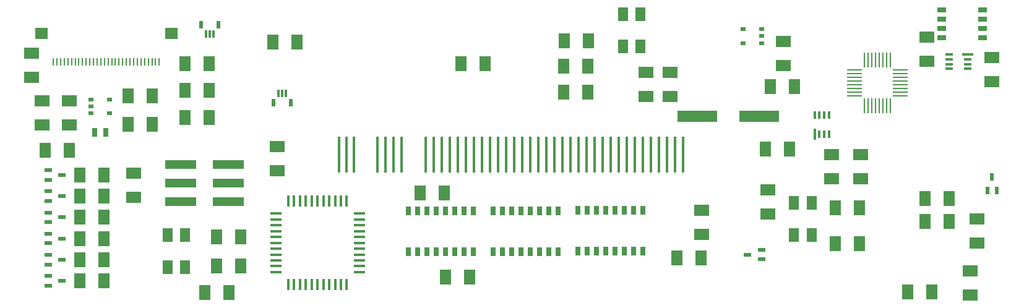
<source format=gtp>
G04 (created by PCBNEW (2013-may-18)-stable) date Tue Mar 29 15:07:52 2016*
%MOIN*%
G04 Gerber Fmt 3.4, Leading zero omitted, Abs format*
%FSLAX34Y34*%
G01*
G70*
G90*
G04 APERTURE LIST*
%ADD10C,0.00590551*%
%ADD11R,0.06X0.016*%
%ADD12R,0.016X0.06*%
%ADD13R,0.025X0.05*%
%ADD14R,0.06X0.08*%
%ADD15R,0.08X0.06*%
%ADD16R,0.025X0.045*%
%ADD17R,0.166929X0.05*%
%ADD18R,0.0551181X0.0748031*%
%ADD19R,0.015748X0.19685*%
%ADD20R,0.0394X0.0236*%
%ADD21R,0.00903543X0.0424331*%
%ADD22R,0.00982283X0.0432205*%
%ADD23R,0.00984252X0.0433071*%
%ADD24R,0.0669291X0.0590551*%
%ADD25R,0.03X0.02*%
%ADD26R,0.216535X0.0590551*%
%ADD27R,0.0236X0.0394*%
%ADD28R,0.015748X0.0590551*%
%ADD29R,0.015748X0.0393701*%
%ADD30R,0.05X0.025*%
%ADD31R,0.0590551X0.0137795*%
%ADD32R,0.0393701X0.0137795*%
%ADD33R,0.01X0.0787402*%
%ADD34R,0.0787402X0.01*%
%ADD35R,0.011811X0.0433071*%
%ADD36R,0.0204724X0.0393701*%
G04 APERTURE END LIST*
G54D10*
G54D11*
X72269Y-60059D03*
X72269Y-59744D03*
X72269Y-59429D03*
X72269Y-59114D03*
X72269Y-58799D03*
X72269Y-58484D03*
X72269Y-60374D03*
X72269Y-60689D03*
X72269Y-61004D03*
X72269Y-61319D03*
X72269Y-61634D03*
X67769Y-60059D03*
X67769Y-59744D03*
X67769Y-59429D03*
X67769Y-59114D03*
X67769Y-58799D03*
X67769Y-58484D03*
X67769Y-60374D03*
X67769Y-60689D03*
X67769Y-61004D03*
X67769Y-61319D03*
X67769Y-61634D03*
G54D12*
X70019Y-57809D03*
X70019Y-62309D03*
X69704Y-57809D03*
X69704Y-62309D03*
X69389Y-62309D03*
X69389Y-57809D03*
X69074Y-57809D03*
X69074Y-62309D03*
X68759Y-62309D03*
X68759Y-57809D03*
X68444Y-57809D03*
X68444Y-62309D03*
X70334Y-62309D03*
X70334Y-57809D03*
X70649Y-57809D03*
X70649Y-62309D03*
X70964Y-62309D03*
X70964Y-57809D03*
X71279Y-57809D03*
X71279Y-62309D03*
X71594Y-62309D03*
X71594Y-57809D03*
G54D13*
X87557Y-58289D03*
X87057Y-58289D03*
X86557Y-58289D03*
X86057Y-58289D03*
X85557Y-58289D03*
X85057Y-58289D03*
X84557Y-58289D03*
X84057Y-58289D03*
X84057Y-60489D03*
X84557Y-60489D03*
X85057Y-60489D03*
X85557Y-60489D03*
X86057Y-60489D03*
X86557Y-60489D03*
X87057Y-60489D03*
X87557Y-60489D03*
X78423Y-58329D03*
X77923Y-58329D03*
X77423Y-58329D03*
X76923Y-58329D03*
X76423Y-58329D03*
X75923Y-58329D03*
X75423Y-58329D03*
X74923Y-58329D03*
X74923Y-60529D03*
X75423Y-60529D03*
X75923Y-60529D03*
X76423Y-60529D03*
X76923Y-60529D03*
X77423Y-60529D03*
X77923Y-60529D03*
X78423Y-60529D03*
G54D14*
X76850Y-57381D03*
X75550Y-57381D03*
G54D15*
X54625Y-51142D03*
X54625Y-49842D03*
G54D14*
X58504Y-56397D03*
X57204Y-56397D03*
X58504Y-57539D03*
X57204Y-57539D03*
X58504Y-58681D03*
X57204Y-58681D03*
X58504Y-59822D03*
X57204Y-59822D03*
X58504Y-60964D03*
X57204Y-60964D03*
X56653Y-55059D03*
X55353Y-55059D03*
X64173Y-53287D03*
X62873Y-53287D03*
X64173Y-51830D03*
X62873Y-51830D03*
G54D15*
X55177Y-53701D03*
X55177Y-52401D03*
X56633Y-53701D03*
X56633Y-52401D03*
G54D14*
X59802Y-52145D03*
X61102Y-52145D03*
X59802Y-53681D03*
X61102Y-53681D03*
X62873Y-50413D03*
X64173Y-50413D03*
X76928Y-61909D03*
X78228Y-61909D03*
X58504Y-62106D03*
X57204Y-62106D03*
G54D15*
X67854Y-56181D03*
X67854Y-54881D03*
G54D14*
X90669Y-60885D03*
X89369Y-60885D03*
G54D15*
X60098Y-57598D03*
X60098Y-56298D03*
G54D14*
X64566Y-61318D03*
X65866Y-61318D03*
X64566Y-59744D03*
X65866Y-59744D03*
G54D15*
X90728Y-59606D03*
X90728Y-58306D03*
G54D16*
X58026Y-54114D03*
X58626Y-54114D03*
G54D17*
X65197Y-57830D03*
X62637Y-57830D03*
X65197Y-56830D03*
X62637Y-56830D03*
X65197Y-55830D03*
X62637Y-55830D03*
G54D18*
X61948Y-59625D03*
X61948Y-61358D03*
X62893Y-61358D03*
X62893Y-59625D03*
G54D19*
X89708Y-55294D03*
X89275Y-55294D03*
X88842Y-55294D03*
X88409Y-55294D03*
X87976Y-55294D03*
X87543Y-55294D03*
X87110Y-55294D03*
X86677Y-55294D03*
X86244Y-55294D03*
X85811Y-55294D03*
X85378Y-55294D03*
X84945Y-55294D03*
X84512Y-55294D03*
X84079Y-55294D03*
X83645Y-55294D03*
X83212Y-55294D03*
X82779Y-55294D03*
X82346Y-55294D03*
X81913Y-55294D03*
X81480Y-55294D03*
X81047Y-55294D03*
X80614Y-55294D03*
X80181Y-55294D03*
X79748Y-55294D03*
X79315Y-55294D03*
X78882Y-55294D03*
X78449Y-55294D03*
X78016Y-55294D03*
X77582Y-55294D03*
X77149Y-55294D03*
X76716Y-55294D03*
X76283Y-55294D03*
X75850Y-55294D03*
X74551Y-55294D03*
X74118Y-55294D03*
X73685Y-55294D03*
X73252Y-55294D03*
X71992Y-55294D03*
X71579Y-55294D03*
X71165Y-55294D03*
G54D20*
X55511Y-62362D03*
X55511Y-61850D03*
X56259Y-62106D03*
X55511Y-56653D03*
X55511Y-56141D03*
X56259Y-56397D03*
X55511Y-57795D03*
X55511Y-57283D03*
X56259Y-57539D03*
X55511Y-58937D03*
X55511Y-58425D03*
X56259Y-58681D03*
X55511Y-60078D03*
X55511Y-59566D03*
X56259Y-59822D03*
X55511Y-61220D03*
X55511Y-60708D03*
X56259Y-60964D03*
G54D21*
X55781Y-50295D03*
X55978Y-50295D03*
X56175Y-50295D03*
G54D22*
X56372Y-50295D03*
G54D23*
X56569Y-50295D03*
X56765Y-50295D03*
X56962Y-50295D03*
X57159Y-50295D03*
X57356Y-50295D03*
X57553Y-50295D03*
X57750Y-50295D03*
X57947Y-50295D03*
X58143Y-50295D03*
X58340Y-50295D03*
X58537Y-50295D03*
X58734Y-50295D03*
X58931Y-50295D03*
X59128Y-50295D03*
X59325Y-50295D03*
X59521Y-50295D03*
X59718Y-50295D03*
X59915Y-50295D03*
X60112Y-50295D03*
X60309Y-50295D03*
X60506Y-50295D03*
X60702Y-50295D03*
X60899Y-50295D03*
X61096Y-50295D03*
X61293Y-50295D03*
X61490Y-50295D03*
G54D24*
X55141Y-48755D03*
X62141Y-48755D03*
G54D25*
X57826Y-52321D03*
X57826Y-53071D03*
X58826Y-52321D03*
X57826Y-52696D03*
X58826Y-53071D03*
G54D13*
X82990Y-58329D03*
X82490Y-58329D03*
X81990Y-58329D03*
X81490Y-58329D03*
X80990Y-58329D03*
X80490Y-58329D03*
X79990Y-58329D03*
X79490Y-58329D03*
X79490Y-60529D03*
X79990Y-60529D03*
X80490Y-60529D03*
X80990Y-60529D03*
X81490Y-60529D03*
X81990Y-60529D03*
X82490Y-60529D03*
X82990Y-60529D03*
G54D14*
X67598Y-49232D03*
X68898Y-49232D03*
G54D26*
X90472Y-53248D03*
X93818Y-53248D03*
G54D18*
X96633Y-59625D03*
X96633Y-57893D03*
X95688Y-57893D03*
X95688Y-59625D03*
X86476Y-47736D03*
X86476Y-49468D03*
X87421Y-49468D03*
X87421Y-47736D03*
G54D27*
X106614Y-57244D03*
X106102Y-57244D03*
X106358Y-56496D03*
G54D20*
X93936Y-60432D03*
X93936Y-60944D03*
X93188Y-60688D03*
G54D28*
X96801Y-54190D03*
G54D29*
X97057Y-54190D03*
X97312Y-54190D03*
X97568Y-54190D03*
X97568Y-53171D03*
X97312Y-53171D03*
X97057Y-53171D03*
X96801Y-53171D03*
G54D25*
X93944Y-49292D03*
X93944Y-48542D03*
X92944Y-49292D03*
X93944Y-48917D03*
X92944Y-48542D03*
G54D30*
X105844Y-48998D03*
X105844Y-48498D03*
X105844Y-47998D03*
X105844Y-47498D03*
X103644Y-47498D03*
X103644Y-47998D03*
X103644Y-48498D03*
X103644Y-48998D03*
G54D14*
X63936Y-62736D03*
X65236Y-62736D03*
X79055Y-50413D03*
X77755Y-50413D03*
G54D15*
X99271Y-56614D03*
X99271Y-55314D03*
X97696Y-56614D03*
X97696Y-55314D03*
X105177Y-61574D03*
X105177Y-62874D03*
X105531Y-58779D03*
X105531Y-60079D03*
X102854Y-48975D03*
X102854Y-50275D03*
X94271Y-58504D03*
X94271Y-57204D03*
X106358Y-51378D03*
X106358Y-50078D03*
G54D14*
X94133Y-55019D03*
X95433Y-55019D03*
X84567Y-50531D03*
X83267Y-50531D03*
G54D15*
X87696Y-50865D03*
X87696Y-52165D03*
G54D14*
X84567Y-51948D03*
X83267Y-51948D03*
G54D15*
X88996Y-50865D03*
X88996Y-52165D03*
G54D14*
X104055Y-58917D03*
X102755Y-58917D03*
X103110Y-62696D03*
X101810Y-62696D03*
X97912Y-58169D03*
X99212Y-58169D03*
X97912Y-60098D03*
X99212Y-60098D03*
X83306Y-49153D03*
X84606Y-49153D03*
X104055Y-57657D03*
X102755Y-57657D03*
G54D15*
X95098Y-50512D03*
X95098Y-49212D03*
G54D14*
X95709Y-51633D03*
X94409Y-51633D03*
G54D31*
X105039Y-49911D03*
G54D32*
X105039Y-50167D03*
X105039Y-50423D03*
X105039Y-50679D03*
X104055Y-50679D03*
X104055Y-50423D03*
X104055Y-50167D03*
X104055Y-49911D03*
G54D33*
X99685Y-50197D03*
X99882Y-50197D03*
X100079Y-50197D03*
X99488Y-50197D03*
G54D34*
X98937Y-50748D03*
X98937Y-50945D03*
X98937Y-51142D03*
X98937Y-51339D03*
X98937Y-51535D03*
X98937Y-51732D03*
X98937Y-51929D03*
X98937Y-52125D03*
G54D33*
X100866Y-52677D03*
X99488Y-52677D03*
X99685Y-52677D03*
X99882Y-52677D03*
X100079Y-52677D03*
X100275Y-52677D03*
X100472Y-52677D03*
X100669Y-52677D03*
G54D34*
X101417Y-52125D03*
X101417Y-51929D03*
X101417Y-51732D03*
X101417Y-51535D03*
X101417Y-51339D03*
X101417Y-51142D03*
X101417Y-50945D03*
X101417Y-50748D03*
G54D33*
X100866Y-50197D03*
X100669Y-50197D03*
X100472Y-50197D03*
X100275Y-50197D03*
G54D35*
X64412Y-48809D03*
X64212Y-48809D03*
X64012Y-48809D03*
G54D36*
X64692Y-48309D03*
X63732Y-48309D03*
G54D35*
X67910Y-51997D03*
X68110Y-51997D03*
X68310Y-51997D03*
G54D36*
X67630Y-52497D03*
X68590Y-52497D03*
M02*

</source>
